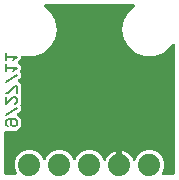
<source format=gbr>
G04 EAGLE Gerber RS-274X export*
G75*
%MOMM*%
%FSLAX34Y34*%
%LPD*%
%INBottom Copper*%
%IPPOS*%
%AMOC8*
5,1,8,0,0,1.08239X$1,22.5*%
G01*
%ADD10C,0.152400*%
%ADD11C,1.879600*%

G36*
X13654Y4071D02*
X13654Y4071D01*
X13704Y4069D01*
X13811Y4091D01*
X13921Y4105D01*
X13967Y4123D01*
X14015Y4133D01*
X14114Y4181D01*
X14216Y4222D01*
X14256Y4251D01*
X14301Y4273D01*
X14385Y4344D01*
X14474Y4408D01*
X14505Y4447D01*
X14543Y4479D01*
X14606Y4569D01*
X14676Y4653D01*
X14698Y4698D01*
X14726Y4739D01*
X14765Y4842D01*
X14812Y4941D01*
X14821Y4990D01*
X14839Y5036D01*
X14851Y5146D01*
X14872Y5253D01*
X14869Y5303D01*
X14874Y5352D01*
X14859Y5461D01*
X14852Y5571D01*
X14837Y5618D01*
X14830Y5667D01*
X14778Y5820D01*
X12953Y10224D01*
X12953Y15176D01*
X14848Y19750D01*
X18350Y23252D01*
X22924Y25147D01*
X27876Y25147D01*
X32450Y23252D01*
X35952Y19750D01*
X36927Y17395D01*
X36996Y17275D01*
X37061Y17152D01*
X37075Y17137D01*
X37085Y17119D01*
X37182Y17019D01*
X37275Y16916D01*
X37292Y16905D01*
X37306Y16891D01*
X37425Y16818D01*
X37541Y16742D01*
X37560Y16735D01*
X37577Y16724D01*
X37710Y16684D01*
X37842Y16638D01*
X37862Y16637D01*
X37881Y16631D01*
X38020Y16624D01*
X38159Y16613D01*
X38179Y16617D01*
X38199Y16616D01*
X38335Y16644D01*
X38472Y16668D01*
X38491Y16676D01*
X38510Y16680D01*
X38635Y16741D01*
X38762Y16798D01*
X38778Y16811D01*
X38796Y16820D01*
X38902Y16910D01*
X39010Y16997D01*
X39023Y17013D01*
X39038Y17026D01*
X39118Y17140D01*
X39202Y17251D01*
X39214Y17276D01*
X39221Y17286D01*
X39228Y17305D01*
X39273Y17395D01*
X40248Y19750D01*
X43750Y23252D01*
X48324Y25147D01*
X53276Y25147D01*
X57850Y23252D01*
X61352Y19750D01*
X62327Y17395D01*
X62396Y17275D01*
X62461Y17152D01*
X62475Y17137D01*
X62485Y17119D01*
X62582Y17019D01*
X62675Y16916D01*
X62692Y16905D01*
X62706Y16891D01*
X62825Y16818D01*
X62941Y16742D01*
X62960Y16735D01*
X62977Y16724D01*
X63110Y16684D01*
X63242Y16638D01*
X63262Y16637D01*
X63281Y16631D01*
X63420Y16624D01*
X63559Y16613D01*
X63579Y16617D01*
X63599Y16616D01*
X63735Y16644D01*
X63872Y16668D01*
X63891Y16676D01*
X63910Y16680D01*
X64035Y16741D01*
X64162Y16798D01*
X64178Y16811D01*
X64196Y16820D01*
X64302Y16910D01*
X64410Y16997D01*
X64423Y17013D01*
X64438Y17026D01*
X64518Y17140D01*
X64602Y17251D01*
X64614Y17276D01*
X64621Y17286D01*
X64628Y17305D01*
X64673Y17395D01*
X65648Y19750D01*
X69150Y23252D01*
X73724Y25147D01*
X78676Y25147D01*
X83250Y23252D01*
X86752Y19750D01*
X88005Y16725D01*
X88020Y16699D01*
X88029Y16670D01*
X88098Y16561D01*
X88163Y16448D01*
X88184Y16427D01*
X88200Y16402D01*
X88294Y16313D01*
X88384Y16220D01*
X88410Y16204D01*
X88431Y16184D01*
X88545Y16121D01*
X88655Y16054D01*
X88684Y16045D01*
X88710Y16031D01*
X88836Y15998D01*
X88959Y15960D01*
X88989Y15959D01*
X89018Y15951D01*
X89148Y15951D01*
X89277Y15945D01*
X89306Y15951D01*
X89336Y15951D01*
X89462Y15983D01*
X89588Y16009D01*
X89615Y16022D01*
X89644Y16030D01*
X89758Y16092D01*
X89874Y16149D01*
X89897Y16168D01*
X89923Y16183D01*
X90018Y16271D01*
X90116Y16355D01*
X90133Y16380D01*
X90155Y16400D01*
X90224Y16509D01*
X90299Y16615D01*
X90310Y16643D01*
X90326Y16669D01*
X90385Y16818D01*
X90536Y17283D01*
X91389Y18957D01*
X92494Y20478D01*
X93822Y21806D01*
X95343Y22911D01*
X97017Y23764D01*
X98804Y24345D01*
X99061Y24385D01*
X99061Y13970D01*
X99076Y13852D01*
X99083Y13733D01*
X99096Y13695D01*
X99101Y13655D01*
X99144Y13544D01*
X99181Y13431D01*
X99203Y13397D01*
X99218Y13359D01*
X99288Y13263D01*
X99351Y13162D01*
X99381Y13134D01*
X99404Y13102D01*
X99496Y13026D01*
X99583Y12944D01*
X99618Y12925D01*
X99649Y12899D01*
X99757Y12848D01*
X99861Y12791D01*
X99901Y12780D01*
X99937Y12763D01*
X100054Y12741D01*
X100169Y12711D01*
X100230Y12707D01*
X100250Y12703D01*
X100270Y12705D01*
X100330Y12701D01*
X102870Y12701D01*
X102988Y12716D01*
X103107Y12723D01*
X103145Y12736D01*
X103185Y12741D01*
X103296Y12785D01*
X103409Y12821D01*
X103444Y12843D01*
X103481Y12858D01*
X103577Y12928D01*
X103678Y12991D01*
X103706Y13021D01*
X103739Y13045D01*
X103814Y13136D01*
X103896Y13223D01*
X103916Y13258D01*
X103941Y13290D01*
X103992Y13397D01*
X104050Y13502D01*
X104060Y13541D01*
X104077Y13577D01*
X104099Y13694D01*
X104129Y13809D01*
X104133Y13870D01*
X104137Y13890D01*
X104135Y13910D01*
X104139Y13970D01*
X104139Y24385D01*
X104396Y24345D01*
X106183Y23764D01*
X107857Y22911D01*
X109378Y21806D01*
X110706Y20478D01*
X111811Y18957D01*
X112664Y17283D01*
X112815Y16818D01*
X112828Y16791D01*
X112835Y16762D01*
X112895Y16647D01*
X112950Y16530D01*
X112969Y16507D01*
X112983Y16481D01*
X113071Y16385D01*
X113153Y16285D01*
X113177Y16268D01*
X113197Y16246D01*
X113306Y16175D01*
X113410Y16098D01*
X113438Y16087D01*
X113463Y16071D01*
X113585Y16029D01*
X113706Y15981D01*
X113736Y15977D01*
X113764Y15968D01*
X113893Y15957D01*
X114022Y15941D01*
X114051Y15945D01*
X114081Y15942D01*
X114209Y15965D01*
X114337Y15981D01*
X114365Y15992D01*
X114394Y15997D01*
X114512Y16050D01*
X114633Y16098D01*
X114657Y16115D01*
X114684Y16127D01*
X114785Y16208D01*
X114890Y16284D01*
X114909Y16307D01*
X114933Y16326D01*
X115010Y16429D01*
X115093Y16529D01*
X115106Y16556D01*
X115124Y16580D01*
X115195Y16725D01*
X116448Y19750D01*
X119950Y23252D01*
X124524Y25147D01*
X129476Y25147D01*
X134050Y23252D01*
X137552Y19750D01*
X139447Y15176D01*
X139447Y10224D01*
X137622Y5820D01*
X137609Y5772D01*
X137588Y5727D01*
X137567Y5619D01*
X137538Y5513D01*
X137538Y5463D01*
X137528Y5414D01*
X137535Y5305D01*
X137533Y5195D01*
X137545Y5147D01*
X137548Y5097D01*
X137582Y4993D01*
X137607Y4886D01*
X137631Y4842D01*
X137646Y4795D01*
X137705Y4702D01*
X137756Y4605D01*
X137790Y4568D01*
X137816Y4526D01*
X137896Y4451D01*
X137970Y4369D01*
X138012Y4342D01*
X138048Y4308D01*
X138144Y4255D01*
X138236Y4195D01*
X138283Y4178D01*
X138326Y4154D01*
X138433Y4127D01*
X138537Y4091D01*
X138586Y4087D01*
X138634Y4075D01*
X138795Y4065D01*
X147066Y4065D01*
X147184Y4080D01*
X147303Y4087D01*
X147341Y4100D01*
X147382Y4105D01*
X147492Y4148D01*
X147605Y4185D01*
X147640Y4207D01*
X147677Y4222D01*
X147773Y4291D01*
X147874Y4355D01*
X147902Y4385D01*
X147935Y4408D01*
X148011Y4500D01*
X148092Y4587D01*
X148112Y4622D01*
X148137Y4653D01*
X148188Y4761D01*
X148246Y4865D01*
X148256Y4905D01*
X148273Y4941D01*
X148295Y5058D01*
X148325Y5173D01*
X148329Y5233D01*
X148333Y5253D01*
X148331Y5274D01*
X148335Y5334D01*
X148335Y114003D01*
X148317Y114148D01*
X148302Y114293D01*
X148297Y114306D01*
X148295Y114319D01*
X148242Y114454D01*
X148191Y114591D01*
X148183Y114602D01*
X148178Y114615D01*
X148093Y114732D01*
X148010Y114852D01*
X147999Y114861D01*
X147992Y114872D01*
X147880Y114965D01*
X147769Y115060D01*
X147757Y115066D01*
X147747Y115075D01*
X147615Y115137D01*
X147484Y115202D01*
X147471Y115205D01*
X147459Y115210D01*
X147317Y115238D01*
X147173Y115268D01*
X147160Y115268D01*
X147147Y115270D01*
X147002Y115261D01*
X146856Y115255D01*
X146842Y115251D01*
X146829Y115250D01*
X146691Y115206D01*
X146551Y115163D01*
X146539Y115156D01*
X146527Y115152D01*
X146404Y115075D01*
X146279Y114999D01*
X146269Y114989D01*
X146258Y114982D01*
X146158Y114876D01*
X146056Y114772D01*
X146046Y114757D01*
X146040Y114751D01*
X146032Y114736D01*
X145967Y114638D01*
X144585Y112245D01*
X138478Y107120D01*
X130986Y104393D01*
X123014Y104393D01*
X115522Y107120D01*
X109415Y112244D01*
X105429Y119149D01*
X104045Y127000D01*
X105429Y134851D01*
X109415Y141755D01*
X114585Y146094D01*
X114609Y146120D01*
X114638Y146140D01*
X114717Y146236D01*
X114801Y146327D01*
X114818Y146358D01*
X114841Y146385D01*
X114894Y146498D01*
X114953Y146607D01*
X114961Y146641D01*
X114976Y146673D01*
X114999Y146795D01*
X115030Y146915D01*
X115029Y146951D01*
X115036Y146986D01*
X115028Y147109D01*
X115027Y147233D01*
X115018Y147268D01*
X115016Y147303D01*
X114978Y147421D01*
X114946Y147541D01*
X114929Y147572D01*
X114918Y147605D01*
X114852Y147710D01*
X114791Y147819D01*
X114767Y147844D01*
X114748Y147874D01*
X114658Y147959D01*
X114572Y148049D01*
X114542Y148068D01*
X114516Y148092D01*
X114408Y148152D01*
X114303Y148218D01*
X114269Y148229D01*
X114238Y148246D01*
X114118Y148277D01*
X114000Y148314D01*
X113964Y148316D01*
X113930Y148325D01*
X113769Y148335D01*
X38631Y148335D01*
X38595Y148331D01*
X38560Y148333D01*
X38438Y148311D01*
X38315Y148295D01*
X38282Y148282D01*
X38247Y148276D01*
X38135Y148224D01*
X38019Y148178D01*
X37991Y148158D01*
X37959Y148143D01*
X37862Y148064D01*
X37762Y147992D01*
X37739Y147964D01*
X37712Y147942D01*
X37639Y147842D01*
X37559Y147747D01*
X37544Y147715D01*
X37523Y147686D01*
X37477Y147571D01*
X37424Y147459D01*
X37417Y147424D01*
X37404Y147391D01*
X37387Y147268D01*
X37364Y147147D01*
X37366Y147111D01*
X37361Y147076D01*
X37376Y146953D01*
X37384Y146829D01*
X37395Y146795D01*
X37399Y146760D01*
X37444Y146644D01*
X37482Y146527D01*
X37501Y146497D01*
X37513Y146464D01*
X37586Y146363D01*
X37652Y146258D01*
X37678Y146234D01*
X37698Y146205D01*
X37815Y146094D01*
X42985Y141756D01*
X46971Y134851D01*
X48355Y127000D01*
X46971Y119149D01*
X42985Y112245D01*
X36878Y107120D01*
X29386Y104393D01*
X21414Y104393D01*
X19999Y104908D01*
X19978Y104913D01*
X19958Y104922D01*
X19824Y104948D01*
X19689Y104979D01*
X19667Y104978D01*
X19646Y104982D01*
X19509Y104974D01*
X19371Y104970D01*
X19350Y104964D01*
X19328Y104962D01*
X19198Y104920D01*
X19066Y104882D01*
X19047Y104871D01*
X19026Y104864D01*
X18910Y104791D01*
X18791Y104721D01*
X18776Y104706D01*
X18757Y104694D01*
X18663Y104594D01*
X18566Y104497D01*
X18554Y104479D01*
X18539Y104462D01*
X18473Y104342D01*
X18403Y104224D01*
X18396Y104203D01*
X18386Y104184D01*
X18352Y104052D01*
X18313Y103919D01*
X18312Y103897D01*
X18306Y103876D01*
X18296Y103715D01*
X18296Y102646D01*
X16094Y100444D01*
X16021Y100350D01*
X15943Y100261D01*
X15924Y100225D01*
X15900Y100193D01*
X15852Y100083D01*
X15798Y99978D01*
X15789Y99938D01*
X15773Y99901D01*
X15754Y99783D01*
X15728Y99667D01*
X15730Y99627D01*
X15723Y99587D01*
X15734Y99468D01*
X15738Y99349D01*
X15749Y99311D01*
X15753Y99270D01*
X15793Y99158D01*
X15827Y99044D01*
X15847Y99009D01*
X15861Y98971D01*
X15928Y98872D01*
X15988Y98770D01*
X16028Y98725D01*
X16039Y98708D01*
X16055Y98694D01*
X16094Y98649D01*
X18296Y96448D01*
X18296Y93291D01*
X17535Y92530D01*
X17443Y92410D01*
X17414Y92374D01*
X17372Y92324D01*
X17369Y92318D01*
X17346Y92289D01*
X17344Y92283D01*
X17340Y92278D01*
X17280Y92139D01*
X17217Y91998D01*
X17216Y91992D01*
X17214Y91987D01*
X17190Y91834D01*
X17164Y91685D01*
X17165Y91679D01*
X17164Y91672D01*
X17179Y91519D01*
X17191Y91368D01*
X17193Y91362D01*
X17194Y91356D01*
X17245Y91212D01*
X17296Y91067D01*
X17300Y91060D01*
X17301Y91057D01*
X17307Y91048D01*
X17377Y90928D01*
X18532Y89195D01*
X17913Y86100D01*
X16142Y84919D01*
X16078Y84864D01*
X16007Y84816D01*
X15958Y84760D01*
X15902Y84711D01*
X15853Y84641D01*
X15797Y84578D01*
X15763Y84511D01*
X15720Y84450D01*
X15691Y84370D01*
X15652Y84294D01*
X15636Y84222D01*
X15610Y84152D01*
X15601Y84067D01*
X15582Y83984D01*
X15585Y83909D01*
X15577Y83835D01*
X15590Y83751D01*
X15592Y83666D01*
X15613Y83594D01*
X15624Y83521D01*
X15657Y83442D01*
X15681Y83361D01*
X15718Y83297D01*
X15747Y83228D01*
X15799Y83160D01*
X15842Y83087D01*
X15934Y82982D01*
X15940Y82975D01*
X15943Y82972D01*
X15948Y82966D01*
X18296Y80618D01*
X18296Y71699D01*
X18255Y71658D01*
X18182Y71564D01*
X18104Y71475D01*
X18085Y71439D01*
X18060Y71407D01*
X18013Y71298D01*
X17959Y71192D01*
X17950Y71152D01*
X17934Y71115D01*
X17915Y70997D01*
X17889Y70881D01*
X17891Y70841D01*
X17884Y70801D01*
X17895Y70682D01*
X17899Y70564D01*
X17910Y70525D01*
X17914Y70484D01*
X17954Y70372D01*
X17987Y70258D01*
X18008Y70223D01*
X18022Y70185D01*
X18088Y70087D01*
X18149Y69984D01*
X18189Y69939D01*
X18200Y69922D01*
X18215Y69909D01*
X18255Y69863D01*
X18296Y69822D01*
X18296Y63785D01*
X18111Y63600D01*
X18017Y63478D01*
X17923Y63359D01*
X17920Y63353D01*
X17916Y63349D01*
X17855Y63208D01*
X17794Y63068D01*
X17793Y63062D01*
X17790Y63057D01*
X17766Y62904D01*
X17741Y62755D01*
X17741Y62749D01*
X17740Y62743D01*
X17755Y62589D01*
X17767Y62438D01*
X17769Y62432D01*
X17770Y62426D01*
X17823Y62280D01*
X17872Y62138D01*
X17876Y62130D01*
X17878Y62127D01*
X17883Y62118D01*
X17953Y61998D01*
X18532Y61130D01*
X17913Y58034D01*
X15278Y56278D01*
X15213Y56222D01*
X15143Y56174D01*
X15094Y56118D01*
X15037Y56069D01*
X14989Y56000D01*
X14932Y55936D01*
X14898Y55869D01*
X14856Y55808D01*
X14827Y55728D01*
X14788Y55653D01*
X14771Y55580D01*
X14746Y55510D01*
X14737Y55425D01*
X14718Y55342D01*
X14720Y55268D01*
X14713Y55194D01*
X14725Y55109D01*
X14728Y55024D01*
X14749Y54953D01*
X14760Y54879D01*
X14793Y54801D01*
X14816Y54719D01*
X14854Y54655D01*
X14883Y54586D01*
X14935Y54518D01*
X14978Y54445D01*
X15069Y54341D01*
X15076Y54333D01*
X15079Y54330D01*
X15084Y54324D01*
X15692Y53716D01*
X18296Y51112D01*
X18296Y45074D01*
X14623Y41401D01*
X9812Y41401D01*
X9798Y41407D01*
X9680Y41426D01*
X9564Y41452D01*
X9524Y41451D01*
X9484Y41457D01*
X9365Y41446D01*
X9246Y41442D01*
X9207Y41431D01*
X9167Y41427D01*
X9094Y41401D01*
X5334Y41401D01*
X5216Y41386D01*
X5097Y41379D01*
X5059Y41366D01*
X5018Y41361D01*
X4908Y41318D01*
X4795Y41281D01*
X4760Y41259D01*
X4723Y41244D01*
X4627Y41175D01*
X4526Y41111D01*
X4498Y41081D01*
X4465Y41058D01*
X4389Y40966D01*
X4308Y40879D01*
X4288Y40844D01*
X4263Y40813D01*
X4212Y40705D01*
X4154Y40601D01*
X4144Y40561D01*
X4127Y40525D01*
X4105Y40408D01*
X4075Y40293D01*
X4071Y40233D01*
X4067Y40213D01*
X4069Y40192D01*
X4065Y40132D01*
X4065Y5334D01*
X4080Y5216D01*
X4087Y5097D01*
X4100Y5059D01*
X4105Y5018D01*
X4148Y4908D01*
X4185Y4795D01*
X4207Y4760D01*
X4222Y4723D01*
X4291Y4627D01*
X4355Y4526D01*
X4385Y4498D01*
X4408Y4465D01*
X4500Y4389D01*
X4587Y4308D01*
X4622Y4288D01*
X4653Y4263D01*
X4761Y4212D01*
X4865Y4154D01*
X4905Y4144D01*
X4941Y4127D01*
X5058Y4105D01*
X5173Y4075D01*
X5233Y4071D01*
X5253Y4067D01*
X5274Y4069D01*
X5334Y4065D01*
X13605Y4065D01*
X13654Y4071D01*
G37*
D10*
X7283Y45212D02*
X5842Y46653D01*
X5842Y49534D01*
X7283Y50974D01*
X13045Y50974D01*
X14485Y49534D01*
X14485Y46653D01*
X13045Y45212D01*
X11604Y45212D01*
X10164Y46653D01*
X10164Y50974D01*
X5842Y54567D02*
X14485Y60329D01*
X5842Y63922D02*
X5842Y69685D01*
X11604Y69685D02*
X5842Y63922D01*
X11604Y69685D02*
X13045Y69685D01*
X14485Y68244D01*
X14485Y65363D01*
X13045Y63922D01*
X14485Y73278D02*
X14485Y79040D01*
X13045Y79040D01*
X7283Y73278D01*
X5842Y73278D01*
X5842Y82633D02*
X14485Y88395D01*
X11604Y91988D02*
X14485Y94869D01*
X5842Y94869D01*
X5842Y91988D02*
X5842Y97750D01*
X11604Y101343D02*
X14485Y104224D01*
X5842Y104224D01*
X5842Y101343D02*
X5842Y107105D01*
D11*
X25400Y12700D03*
X50800Y12700D03*
X76200Y12700D03*
X101600Y12700D03*
X127000Y12700D03*
M02*

</source>
